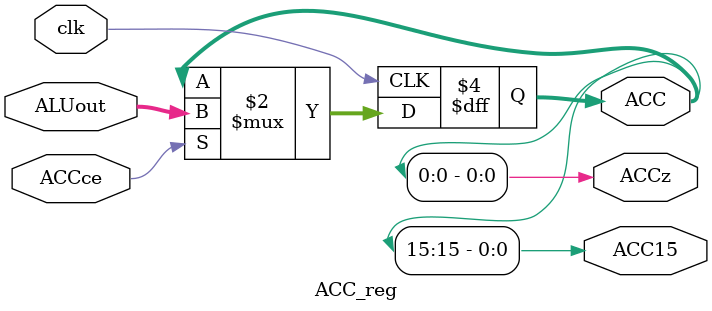
<source format=v>
module ACC_reg (clk, ACCce, ALUout, ACC, ACC15, ACCz);

input clk, ACCce;
input [15:0] ALUout;

output ACC15, ACCz;
output reg [15:0] ACC;

assign ACC15 = ACC[15];
assign ACCz = ACC[0];

always @(posedge clk)
  if (ACCce) ACC <= ALUout[15:0];

endmodule


</source>
